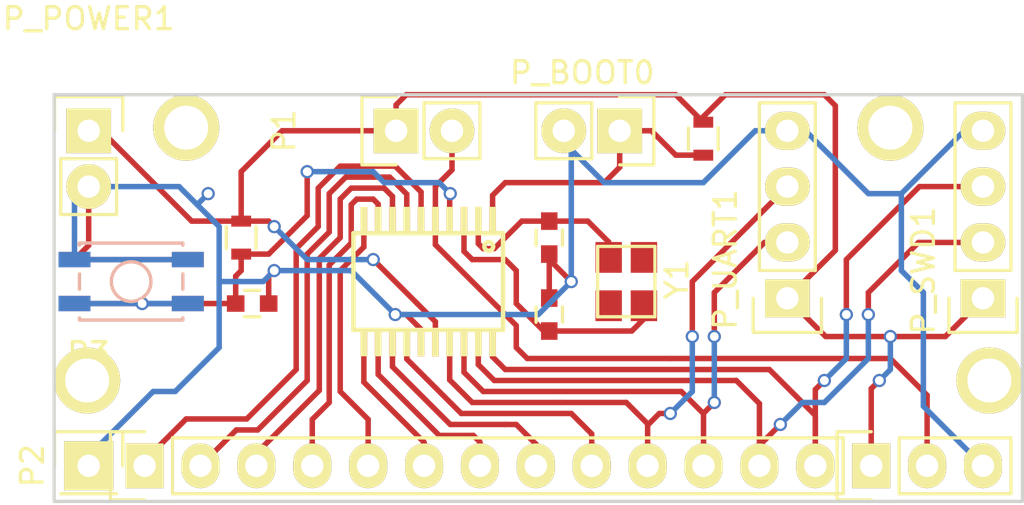
<source format=kicad_pcb>
(kicad_pcb (version 4) (host pcbnew 0.201510100348+6257~30~ubuntu14.04.1-product)

  (general
    (links 51)
    (no_connects 0)
    (area 110.461667 97.915 161.318334 126.393095)
    (thickness 1.6)
    (drawings 4)
    (tracks 283)
    (zones 0)
    (modules 21)
    (nets 25)
  )

  (page A4)
  (layers
    (0 F.Cu signal)
    (31 B.Cu signal)
    (32 B.Adhes user)
    (33 F.Adhes user)
    (34 B.Paste user)
    (35 F.Paste user)
    (36 B.SilkS user)
    (37 F.SilkS user)
    (38 B.Mask user)
    (39 F.Mask user)
    (40 Dwgs.User user)
    (41 Cmts.User user)
    (42 Eco1.User user)
    (43 Eco2.User user)
    (44 Edge.Cuts user)
    (45 Margin user)
    (46 B.CrtYd user)
    (47 F.CrtYd user)
    (48 B.Fab user)
    (49 F.Fab user)
  )

  (setup
    (last_trace_width 0.25)
    (trace_clearance 0.2)
    (zone_clearance 0.508)
    (zone_45_only no)
    (trace_min 0.2)
    (segment_width 0.2)
    (edge_width 0.15)
    (via_size 0.6)
    (via_drill 0.4)
    (via_min_size 0.4)
    (via_min_drill 0.3)
    (uvia_size 0.3)
    (uvia_drill 0.1)
    (uvias_allowed no)
    (uvia_min_size 0.2)
    (uvia_min_drill 0.1)
    (pcb_text_width 0.3)
    (pcb_text_size 1.5 1.5)
    (mod_edge_width 0.15)
    (mod_text_size 1 1)
    (mod_text_width 0.15)
    (pad_size 1.524 1.524)
    (pad_drill 0.762)
    (pad_to_mask_clearance 0.2)
    (aux_axis_origin 0 0)
    (visible_elements FFFFFF7F)
    (pcbplotparams
      (layerselection 0x00030_80000001)
      (usegerberextensions false)
      (excludeedgelayer true)
      (linewidth 0.100000)
      (plotframeref false)
      (viasonmask false)
      (mode 1)
      (useauxorigin false)
      (hpglpennumber 1)
      (hpglpenspeed 20)
      (hpglpendiameter 15)
      (hpglpenoverlay 2)
      (psnegative false)
      (psa4output false)
      (plotreference true)
      (plotvalue true)
      (plotinvisibletext false)
      (padsonsilk false)
      (subtractmaskfromsilk false)
      (outputformat 1)
      (mirror false)
      (drillshape 1)
      (scaleselection 1)
      (outputdirectory ""))
  )

  (net 0 "")
  (net 1 "Net-(H1-Pad1)")
  (net 2 "Net-(H2-Pad1)")
  (net 3 "Net-(H3-Pad1)")
  (net 4 "Net-(H4-Pad1)")
  (net 5 /OSC_IN)
  (net 6 GND)
  (net 7 /OSC_OUT)
  (net 8 /NRST)
  (net 9 +3V3)
  (net 10 VAA)
  (net 11 /PA0)
  (net 12 /PA1)
  (net 13 /PA2)
  (net 14 /PA3)
  (net 15 /PA4)
  (net 16 /PA5)
  (net 17 /PA6)
  (net 18 /PA7)
  (net 19 /PB1)
  (net 20 /PA9_TX)
  (net 21 /PA10_RX)
  (net 22 /PA13_SWDIO)
  (net 23 /PA14_SWCLK)
  (net 24 /BOOT0)

  (net_class Default "This is the default net class."
    (clearance 0.2)
    (trace_width 0.25)
    (via_dia 0.6)
    (via_drill 0.4)
    (uvia_dia 0.3)
    (uvia_drill 0.1)
    (add_net +3V3)
    (add_net /BOOT0)
    (add_net /NRST)
    (add_net /OSC_IN)
    (add_net /OSC_OUT)
    (add_net /PA0)
    (add_net /PA1)
    (add_net /PA10_RX)
    (add_net /PA13_SWDIO)
    (add_net /PA14_SWCLK)
    (add_net /PA2)
    (add_net /PA3)
    (add_net /PA4)
    (add_net /PA5)
    (add_net /PA6)
    (add_net /PA7)
    (add_net /PA9_TX)
    (add_net /PB1)
    (add_net GND)
    (add_net "Net-(H1-Pad1)")
    (add_net "Net-(H2-Pad1)")
    (add_net "Net-(H3-Pad1)")
    (add_net "Net-(H4-Pad1)")
    (add_net VAA)
  )

  (module Capacitors_SMD:C_0603 (layer F.Cu) (tedit 561EBAE0) (tstamp 561EAB94)
    (at 136.5 109 270)
    (descr "Capacitor SMD 0603, reflow soldering, AVX (see smccp.pdf)")
    (tags "capacitor 0603")
    (path /561D9A0C)
    (attr smd)
    (fp_text reference C1 (at 0 -1.9 270) (layer F.SilkS) hide
      (effects (font (size 1 1) (thickness 0.15)))
    )
    (fp_text value 20pF (at 0 1.9 270) (layer F.Fab) hide
      (effects (font (size 1 1) (thickness 0.15)))
    )
    (fp_line (start -1.45 -0.75) (end 1.45 -0.75) (layer F.CrtYd) (width 0.05))
    (fp_line (start -1.45 0.75) (end 1.45 0.75) (layer F.CrtYd) (width 0.05))
    (fp_line (start -1.45 -0.75) (end -1.45 0.75) (layer F.CrtYd) (width 0.05))
    (fp_line (start 1.45 -0.75) (end 1.45 0.75) (layer F.CrtYd) (width 0.05))
    (fp_line (start -0.35 -0.6) (end 0.35 -0.6) (layer F.SilkS) (width 0.15))
    (fp_line (start 0.35 0.6) (end -0.35 0.6) (layer F.SilkS) (width 0.15))
    (pad 1 smd rect (at -0.75 0 270) (size 0.8 0.75) (layers F.Cu F.Paste F.Mask)
      (net 5 /OSC_IN))
    (pad 2 smd rect (at 0.75 0 270) (size 0.8 0.75) (layers F.Cu F.Paste F.Mask)
      (net 6 GND))
    (model Capacitors_SMD.3dshapes/C_0603.wrl
      (at (xyz 0 0 0))
      (scale (xyz 1 1 1))
      (rotate (xyz 0 0 0))
    )
  )

  (module Capacitors_SMD:C_0603 (layer F.Cu) (tedit 561EBAE8) (tstamp 561EAB9A)
    (at 136.5 112.5 90)
    (descr "Capacitor SMD 0603, reflow soldering, AVX (see smccp.pdf)")
    (tags "capacitor 0603")
    (path /561D9999)
    (attr smd)
    (fp_text reference C2 (at 0 -1.9 90) (layer F.SilkS) hide
      (effects (font (size 1 1) (thickness 0.15)))
    )
    (fp_text value 20pF (at 0 1.9 90) (layer F.Fab) hide
      (effects (font (size 1 1) (thickness 0.15)))
    )
    (fp_line (start -1.45 -0.75) (end 1.45 -0.75) (layer F.CrtYd) (width 0.05))
    (fp_line (start -1.45 0.75) (end 1.45 0.75) (layer F.CrtYd) (width 0.05))
    (fp_line (start -1.45 -0.75) (end -1.45 0.75) (layer F.CrtYd) (width 0.05))
    (fp_line (start 1.45 -0.75) (end 1.45 0.75) (layer F.CrtYd) (width 0.05))
    (fp_line (start -0.35 -0.6) (end 0.35 -0.6) (layer F.SilkS) (width 0.15))
    (fp_line (start 0.35 0.6) (end -0.35 0.6) (layer F.SilkS) (width 0.15))
    (pad 1 smd rect (at -0.75 0 90) (size 0.8 0.75) (layers F.Cu F.Paste F.Mask)
      (net 7 /OSC_OUT))
    (pad 2 smd rect (at 0.75 0 90) (size 0.8 0.75) (layers F.Cu F.Paste F.Mask)
      (net 6 GND))
    (model Capacitors_SMD.3dshapes/C_0603.wrl
      (at (xyz 0 0 0))
      (scale (xyz 1 1 1))
      (rotate (xyz 0 0 0))
    )
  )

  (module Capacitors_SMD:C_0603 (layer F.Cu) (tedit 561EC50C) (tstamp 561EABA0)
    (at 123 112)
    (descr "Capacitor SMD 0603, reflow soldering, AVX (see smccp.pdf)")
    (tags "capacitor 0603")
    (path /561D9AC7)
    (attr smd)
    (fp_text reference C3 (at 0 -1.9) (layer F.SilkS) hide
      (effects (font (size 1 1) (thickness 0.15)))
    )
    (fp_text value 20pF (at 0 1.9) (layer F.Fab) hide
      (effects (font (size 1 1) (thickness 0.15)))
    )
    (fp_line (start -1.45 -0.75) (end 1.45 -0.75) (layer F.CrtYd) (width 0.05))
    (fp_line (start -1.45 0.75) (end 1.45 0.75) (layer F.CrtYd) (width 0.05))
    (fp_line (start -1.45 -0.75) (end -1.45 0.75) (layer F.CrtYd) (width 0.05))
    (fp_line (start 1.45 -0.75) (end 1.45 0.75) (layer F.CrtYd) (width 0.05))
    (fp_line (start -0.35 -0.6) (end 0.35 -0.6) (layer F.SilkS) (width 0.15))
    (fp_line (start 0.35 0.6) (end -0.35 0.6) (layer F.SilkS) (width 0.15))
    (pad 1 smd rect (at -0.75 0) (size 0.8 0.75) (layers F.Cu F.Paste F.Mask)
      (net 8 /NRST))
    (pad 2 smd rect (at 0.75 0) (size 0.8 0.75) (layers F.Cu F.Paste F.Mask)
      (net 6 GND))
    (model Capacitors_SMD.3dshapes/C_0603.wrl
      (at (xyz 0 0 0))
      (scale (xyz 1 1 1))
      (rotate (xyz 0 0 0))
    )
  )

  (module Pin_Headers:Pin_Header_Straight_1x02 (layer F.Cu) (tedit 561EB501) (tstamp 561EABA6)
    (at 129.54 104.14 90)
    (descr "Through hole pin header")
    (tags "pin header")
    (path /561D80CB)
    (fp_text reference P1 (at 0 -5.1 90) (layer F.SilkS)
      (effects (font (size 1 1) (thickness 0.15)))
    )
    (fp_text value CONN_01X02 (at 0 -3.1 90) (layer F.Fab) hide
      (effects (font (size 1 1) (thickness 0.15)))
    )
    (fp_line (start 1.27 1.27) (end 1.27 3.81) (layer F.SilkS) (width 0.15))
    (fp_line (start 1.55 -1.55) (end 1.55 0) (layer F.SilkS) (width 0.15))
    (fp_line (start -1.75 -1.75) (end -1.75 4.3) (layer F.CrtYd) (width 0.05))
    (fp_line (start 1.75 -1.75) (end 1.75 4.3) (layer F.CrtYd) (width 0.05))
    (fp_line (start -1.75 -1.75) (end 1.75 -1.75) (layer F.CrtYd) (width 0.05))
    (fp_line (start -1.75 4.3) (end 1.75 4.3) (layer F.CrtYd) (width 0.05))
    (fp_line (start 1.27 1.27) (end -1.27 1.27) (layer F.SilkS) (width 0.15))
    (fp_line (start -1.55 0) (end -1.55 -1.55) (layer F.SilkS) (width 0.15))
    (fp_line (start -1.55 -1.55) (end 1.55 -1.55) (layer F.SilkS) (width 0.15))
    (fp_line (start -1.27 1.27) (end -1.27 3.81) (layer F.SilkS) (width 0.15))
    (fp_line (start -1.27 3.81) (end 1.27 3.81) (layer F.SilkS) (width 0.15))
    (pad 1 thru_hole rect (at 0 0 90) (size 2.032 2.032) (drill 1.016) (layers *.Cu *.Mask F.SilkS)
      (net 9 +3V3))
    (pad 2 thru_hole oval (at 0 2.54 90) (size 2.032 2.032) (drill 1.016) (layers *.Cu *.Mask F.SilkS)
      (net 10 VAA))
    (model Pin_Headers.3dshapes/Pin_Header_Straight_1x02.wrl
      (at (xyz 0 -0.05 0))
      (scale (xyz 1 1 1))
      (rotate (xyz 0 0 90))
    )
  )

  (module Pin_Headers:Pin_Header_Straight_1x13 (layer F.Cu) (tedit 561EB3D7) (tstamp 561EABB7)
    (at 118.11 119.38 90)
    (descr "Through hole pin header")
    (tags "pin header")
    (path /561D9368)
    (fp_text reference P2 (at 0 -5.1 90) (layer F.SilkS)
      (effects (font (size 1 1) (thickness 0.15)))
    )
    (fp_text value CONN_01X13 (at 0 -3.1 90) (layer F.Fab) hide
      (effects (font (size 1 1) (thickness 0.15)))
    )
    (fp_line (start -1.75 -1.75) (end -1.75 32.25) (layer F.CrtYd) (width 0.05))
    (fp_line (start 1.75 -1.75) (end 1.75 32.25) (layer F.CrtYd) (width 0.05))
    (fp_line (start -1.75 -1.75) (end 1.75 -1.75) (layer F.CrtYd) (width 0.05))
    (fp_line (start -1.75 32.25) (end 1.75 32.25) (layer F.CrtYd) (width 0.05))
    (fp_line (start -1.27 1.27) (end -1.27 31.75) (layer F.SilkS) (width 0.15))
    (fp_line (start -1.27 31.75) (end 1.27 31.75) (layer F.SilkS) (width 0.15))
    (fp_line (start 1.27 31.75) (end 1.27 1.27) (layer F.SilkS) (width 0.15))
    (fp_line (start 1.55 -1.55) (end 1.55 0) (layer F.SilkS) (width 0.15))
    (fp_line (start 1.27 1.27) (end -1.27 1.27) (layer F.SilkS) (width 0.15))
    (fp_line (start -1.55 0) (end -1.55 -1.55) (layer F.SilkS) (width 0.15))
    (fp_line (start -1.55 -1.55) (end 1.55 -1.55) (layer F.SilkS) (width 0.15))
    (pad 1 thru_hole rect (at 0 0 90) (size 2.032 1.7272) (drill 1.016) (layers *.Cu *.Mask F.SilkS)
      (net 11 /PA0))
    (pad 2 thru_hole oval (at 0 2.54 90) (size 2.032 1.7272) (drill 1.016) (layers *.Cu *.Mask F.SilkS)
      (net 12 /PA1))
    (pad 3 thru_hole oval (at 0 5.08 90) (size 2.032 1.7272) (drill 1.016) (layers *.Cu *.Mask F.SilkS)
      (net 13 /PA2))
    (pad 4 thru_hole oval (at 0 7.62 90) (size 2.032 1.7272) (drill 1.016) (layers *.Cu *.Mask F.SilkS)
      (net 14 /PA3))
    (pad 5 thru_hole oval (at 0 10.16 90) (size 2.032 1.7272) (drill 1.016) (layers *.Cu *.Mask F.SilkS)
      (net 15 /PA4))
    (pad 6 thru_hole oval (at 0 12.7 90) (size 2.032 1.7272) (drill 1.016) (layers *.Cu *.Mask F.SilkS)
      (net 16 /PA5))
    (pad 7 thru_hole oval (at 0 15.24 90) (size 2.032 1.7272) (drill 1.016) (layers *.Cu *.Mask F.SilkS)
      (net 17 /PA6))
    (pad 8 thru_hole oval (at 0 17.78 90) (size 2.032 1.7272) (drill 1.016) (layers *.Cu *.Mask F.SilkS)
      (net 18 /PA7))
    (pad 9 thru_hole oval (at 0 20.32 90) (size 2.032 1.7272) (drill 1.016) (layers *.Cu *.Mask F.SilkS)
      (net 19 /PB1))
    (pad 10 thru_hole oval (at 0 22.86 90) (size 2.032 1.7272) (drill 1.016) (layers *.Cu *.Mask F.SilkS)
      (net 20 /PA9_TX))
    (pad 11 thru_hole oval (at 0 25.4 90) (size 2.032 1.7272) (drill 1.016) (layers *.Cu *.Mask F.SilkS)
      (net 21 /PA10_RX))
    (pad 12 thru_hole oval (at 0 27.94 90) (size 2.032 1.7272) (drill 1.016) (layers *.Cu *.Mask F.SilkS)
      (net 22 /PA13_SWDIO))
    (pad 13 thru_hole oval (at 0 30.48 90) (size 2.032 1.7272) (drill 1.016) (layers *.Cu *.Mask F.SilkS)
      (net 23 /PA14_SWCLK))
    (model Pin_Headers.3dshapes/Pin_Header_Straight_1x13.wrl
      (at (xyz 0 -0.6 0))
      (scale (xyz 1 1 1))
      (rotate (xyz 0 0 90))
    )
  )

  (module Pin_Headers:Pin_Header_Straight_1x01 (layer F.Cu) (tedit 561EB3DB) (tstamp 561EABBC)
    (at 115.57 119.38)
    (descr "Through hole pin header")
    (tags "pin header")
    (path /561D7710)
    (fp_text reference P3 (at 0 -5.1) (layer F.SilkS)
      (effects (font (size 1 1) (thickness 0.15)))
    )
    (fp_text value CONN_01X01 (at 0 -3.1) (layer F.Fab) hide
      (effects (font (size 1 1) (thickness 0.15)))
    )
    (fp_line (start 1.55 -1.55) (end 1.55 0) (layer F.SilkS) (width 0.15))
    (fp_line (start -1.75 -1.75) (end -1.75 1.75) (layer F.CrtYd) (width 0.05))
    (fp_line (start 1.75 -1.75) (end 1.75 1.75) (layer F.CrtYd) (width 0.05))
    (fp_line (start -1.75 -1.75) (end 1.75 -1.75) (layer F.CrtYd) (width 0.05))
    (fp_line (start -1.75 1.75) (end 1.75 1.75) (layer F.CrtYd) (width 0.05))
    (fp_line (start -1.55 0) (end -1.55 -1.55) (layer F.SilkS) (width 0.15))
    (fp_line (start -1.55 -1.55) (end 1.55 -1.55) (layer F.SilkS) (width 0.15))
    (fp_line (start -1.27 1.27) (end 1.27 1.27) (layer F.SilkS) (width 0.15))
    (pad 1 thru_hole rect (at 0 0) (size 2.2352 2.2352) (drill 1.016) (layers *.Cu *.Mask F.SilkS)
      (net 6 GND))
    (model Pin_Headers.3dshapes/Pin_Header_Straight_1x01.wrl
      (at (xyz 0 0 0))
      (scale (xyz 1 1 1))
      (rotate (xyz 0 0 90))
    )
  )

  (module Pin_Headers:Pin_Header_Straight_1x02 (layer F.Cu) (tedit 561ECA26) (tstamp 561EABC2)
    (at 139.7 104.14 270)
    (descr "Through hole pin header")
    (tags "pin header")
    (path /561DC234)
    (fp_text reference P_BOOT0 (at -2.64 1.7 360) (layer F.SilkS)
      (effects (font (size 1 1) (thickness 0.15)))
    )
    (fp_text value CONN_01X02 (at 0 -3.1 270) (layer F.Fab) hide
      (effects (font (size 1 1) (thickness 0.15)))
    )
    (fp_line (start 1.27 1.27) (end 1.27 3.81) (layer F.SilkS) (width 0.15))
    (fp_line (start 1.55 -1.55) (end 1.55 0) (layer F.SilkS) (width 0.15))
    (fp_line (start -1.75 -1.75) (end -1.75 4.3) (layer F.CrtYd) (width 0.05))
    (fp_line (start 1.75 -1.75) (end 1.75 4.3) (layer F.CrtYd) (width 0.05))
    (fp_line (start -1.75 -1.75) (end 1.75 -1.75) (layer F.CrtYd) (width 0.05))
    (fp_line (start -1.75 4.3) (end 1.75 4.3) (layer F.CrtYd) (width 0.05))
    (fp_line (start 1.27 1.27) (end -1.27 1.27) (layer F.SilkS) (width 0.15))
    (fp_line (start -1.55 0) (end -1.55 -1.55) (layer F.SilkS) (width 0.15))
    (fp_line (start -1.55 -1.55) (end 1.55 -1.55) (layer F.SilkS) (width 0.15))
    (fp_line (start -1.27 1.27) (end -1.27 3.81) (layer F.SilkS) (width 0.15))
    (fp_line (start -1.27 3.81) (end 1.27 3.81) (layer F.SilkS) (width 0.15))
    (pad 1 thru_hole rect (at 0 0 270) (size 2.032 2.032) (drill 1.016) (layers *.Cu *.Mask F.SilkS)
      (net 24 /BOOT0))
    (pad 2 thru_hole oval (at 0 2.54 270) (size 2.032 2.032) (drill 1.016) (layers *.Cu *.Mask F.SilkS)
      (net 6 GND))
    (model Pin_Headers.3dshapes/Pin_Header_Straight_1x02.wrl
      (at (xyz 0 -0.05 0))
      (scale (xyz 1 1 1))
      (rotate (xyz 0 0 90))
    )
  )

  (module Pin_Headers:Pin_Header_Straight_1x02 (layer F.Cu) (tedit 561EB4FD) (tstamp 561EABC8)
    (at 115.57 104.14)
    (descr "Through hole pin header")
    (tags "pin header")
    (path /561D733D)
    (fp_text reference P_POWER1 (at 0 -5.1) (layer F.SilkS)
      (effects (font (size 1 1) (thickness 0.15)))
    )
    (fp_text value CONN_01X02 (at 0 -3.1) (layer F.Fab) hide
      (effects (font (size 1 1) (thickness 0.15)))
    )
    (fp_line (start 1.27 1.27) (end 1.27 3.81) (layer F.SilkS) (width 0.15))
    (fp_line (start 1.55 -1.55) (end 1.55 0) (layer F.SilkS) (width 0.15))
    (fp_line (start -1.75 -1.75) (end -1.75 4.3) (layer F.CrtYd) (width 0.05))
    (fp_line (start 1.75 -1.75) (end 1.75 4.3) (layer F.CrtYd) (width 0.05))
    (fp_line (start -1.75 -1.75) (end 1.75 -1.75) (layer F.CrtYd) (width 0.05))
    (fp_line (start -1.75 4.3) (end 1.75 4.3) (layer F.CrtYd) (width 0.05))
    (fp_line (start 1.27 1.27) (end -1.27 1.27) (layer F.SilkS) (width 0.15))
    (fp_line (start -1.55 0) (end -1.55 -1.55) (layer F.SilkS) (width 0.15))
    (fp_line (start -1.55 -1.55) (end 1.55 -1.55) (layer F.SilkS) (width 0.15))
    (fp_line (start -1.27 1.27) (end -1.27 3.81) (layer F.SilkS) (width 0.15))
    (fp_line (start -1.27 3.81) (end 1.27 3.81) (layer F.SilkS) (width 0.15))
    (pad 1 thru_hole rect (at 0 0) (size 2.032 2.032) (drill 1.016) (layers *.Cu *.Mask F.SilkS)
      (net 9 +3V3))
    (pad 2 thru_hole oval (at 0 2.54) (size 2.032 2.032) (drill 1.016) (layers *.Cu *.Mask F.SilkS)
      (net 6 GND))
    (model Pin_Headers.3dshapes/Pin_Header_Straight_1x02.wrl
      (at (xyz 0 -0.05 0))
      (scale (xyz 1 1 1))
      (rotate (xyz 0 0 90))
    )
  )

  (module Pin_Headers:Pin_Header_Straight_1x03 (layer F.Cu) (tedit 561ECA18) (tstamp 561EABCF)
    (at 151.13 119.38 90)
    (descr "Through hole pin header")
    (tags "pin header")
    (path /561D7699)
    (fp_text reference P_POWER_BOARD1 (at 0 -5.1 90) (layer F.SilkS) hide
      (effects (font (size 1 1) (thickness 0.15)))
    )
    (fp_text value CONN_01X03 (at 0 -3.1 90) (layer F.Fab) hide
      (effects (font (size 1 1) (thickness 0.15)))
    )
    (fp_line (start -1.75 -1.75) (end -1.75 6.85) (layer F.CrtYd) (width 0.05))
    (fp_line (start 1.75 -1.75) (end 1.75 6.85) (layer F.CrtYd) (width 0.05))
    (fp_line (start -1.75 -1.75) (end 1.75 -1.75) (layer F.CrtYd) (width 0.05))
    (fp_line (start -1.75 6.85) (end 1.75 6.85) (layer F.CrtYd) (width 0.05))
    (fp_line (start -1.27 1.27) (end -1.27 6.35) (layer F.SilkS) (width 0.15))
    (fp_line (start -1.27 6.35) (end 1.27 6.35) (layer F.SilkS) (width 0.15))
    (fp_line (start 1.27 6.35) (end 1.27 1.27) (layer F.SilkS) (width 0.15))
    (fp_line (start 1.55 -1.55) (end 1.55 0) (layer F.SilkS) (width 0.15))
    (fp_line (start 1.27 1.27) (end -1.27 1.27) (layer F.SilkS) (width 0.15))
    (fp_line (start -1.55 0) (end -1.55 -1.55) (layer F.SilkS) (width 0.15))
    (fp_line (start -1.55 -1.55) (end 1.55 -1.55) (layer F.SilkS) (width 0.15))
    (pad 1 thru_hole rect (at 0 0 90) (size 2.032 1.7272) (drill 1.016) (layers *.Cu *.Mask F.SilkS)
      (net 9 +3V3))
    (pad 2 thru_hole oval (at 0 2.54 90) (size 2.032 1.7272) (drill 1.016) (layers *.Cu *.Mask F.SilkS)
      (net 10 VAA))
    (pad 3 thru_hole oval (at 0 5.08 90) (size 2.032 1.7272) (drill 1.016) (layers *.Cu *.Mask F.SilkS)
      (net 6 GND))
    (model Pin_Headers.3dshapes/Pin_Header_Straight_1x03.wrl
      (at (xyz 0 -0.1 0))
      (scale (xyz 1 1 1))
      (rotate (xyz 0 0 90))
    )
  )

  (module Pin_Headers:Pin_Header_Straight_1x04 (layer F.Cu) (tedit 561ECA39) (tstamp 561EABD7)
    (at 156.21 111.76 180)
    (descr "Through hole pin header")
    (tags "pin header")
    (path /561D74AC)
    (fp_text reference P_SWD1 (at 2.71 1.26 270) (layer F.SilkS)
      (effects (font (size 1 1) (thickness 0.15)))
    )
    (fp_text value CONN_01X04 (at 0 -3.1 180) (layer F.Fab) hide
      (effects (font (size 1 1) (thickness 0.15)))
    )
    (fp_line (start -1.75 -1.75) (end -1.75 9.4) (layer F.CrtYd) (width 0.05))
    (fp_line (start 1.75 -1.75) (end 1.75 9.4) (layer F.CrtYd) (width 0.05))
    (fp_line (start -1.75 -1.75) (end 1.75 -1.75) (layer F.CrtYd) (width 0.05))
    (fp_line (start -1.75 9.4) (end 1.75 9.4) (layer F.CrtYd) (width 0.05))
    (fp_line (start -1.27 1.27) (end -1.27 8.89) (layer F.SilkS) (width 0.15))
    (fp_line (start 1.27 1.27) (end 1.27 8.89) (layer F.SilkS) (width 0.15))
    (fp_line (start 1.55 -1.55) (end 1.55 0) (layer F.SilkS) (width 0.15))
    (fp_line (start -1.27 8.89) (end 1.27 8.89) (layer F.SilkS) (width 0.15))
    (fp_line (start 1.27 1.27) (end -1.27 1.27) (layer F.SilkS) (width 0.15))
    (fp_line (start -1.55 0) (end -1.55 -1.55) (layer F.SilkS) (width 0.15))
    (fp_line (start -1.55 -1.55) (end 1.55 -1.55) (layer F.SilkS) (width 0.15))
    (pad 1 thru_hole rect (at 0 0 180) (size 2.032 1.7272) (drill 1.016) (layers *.Cu *.Mask F.SilkS)
      (net 9 +3V3))
    (pad 2 thru_hole oval (at 0 2.54 180) (size 2.032 1.7272) (drill 1.016) (layers *.Cu *.Mask F.SilkS)
      (net 22 /PA13_SWDIO))
    (pad 3 thru_hole oval (at 0 5.08 180) (size 2.032 1.7272) (drill 1.016) (layers *.Cu *.Mask F.SilkS)
      (net 23 /PA14_SWCLK))
    (pad 4 thru_hole oval (at 0 7.62 180) (size 2.032 1.7272) (drill 1.016) (layers *.Cu *.Mask F.SilkS)
      (net 6 GND))
    (model Pin_Headers.3dshapes/Pin_Header_Straight_1x04.wrl
      (at (xyz 0 -0.15 0))
      (scale (xyz 1 1 1))
      (rotate (xyz 0 0 90))
    )
  )

  (module Pin_Headers:Pin_Header_Straight_1x04 (layer F.Cu) (tedit 561ECA30) (tstamp 561EABDF)
    (at 147.32 111.76 180)
    (descr "Through hole pin header")
    (tags "pin header")
    (path /561D7557)
    (fp_text reference P_UART1 (at 2.82 1.76 270) (layer F.SilkS)
      (effects (font (size 1 1) (thickness 0.15)))
    )
    (fp_text value CONN_01X04 (at 0 -3.1 180) (layer F.Fab) hide
      (effects (font (size 1 1) (thickness 0.15)))
    )
    (fp_line (start -1.75 -1.75) (end -1.75 9.4) (layer F.CrtYd) (width 0.05))
    (fp_line (start 1.75 -1.75) (end 1.75 9.4) (layer F.CrtYd) (width 0.05))
    (fp_line (start -1.75 -1.75) (end 1.75 -1.75) (layer F.CrtYd) (width 0.05))
    (fp_line (start -1.75 9.4) (end 1.75 9.4) (layer F.CrtYd) (width 0.05))
    (fp_line (start -1.27 1.27) (end -1.27 8.89) (layer F.SilkS) (width 0.15))
    (fp_line (start 1.27 1.27) (end 1.27 8.89) (layer F.SilkS) (width 0.15))
    (fp_line (start 1.55 -1.55) (end 1.55 0) (layer F.SilkS) (width 0.15))
    (fp_line (start -1.27 8.89) (end 1.27 8.89) (layer F.SilkS) (width 0.15))
    (fp_line (start 1.27 1.27) (end -1.27 1.27) (layer F.SilkS) (width 0.15))
    (fp_line (start -1.55 0) (end -1.55 -1.55) (layer F.SilkS) (width 0.15))
    (fp_line (start -1.55 -1.55) (end 1.55 -1.55) (layer F.SilkS) (width 0.15))
    (pad 1 thru_hole rect (at 0 0 180) (size 2.032 1.7272) (drill 1.016) (layers *.Cu *.Mask F.SilkS)
      (net 9 +3V3))
    (pad 2 thru_hole oval (at 0 2.54 180) (size 2.032 1.7272) (drill 1.016) (layers *.Cu *.Mask F.SilkS)
      (net 21 /PA10_RX))
    (pad 3 thru_hole oval (at 0 5.08 180) (size 2.032 1.7272) (drill 1.016) (layers *.Cu *.Mask F.SilkS)
      (net 20 /PA9_TX))
    (pad 4 thru_hole oval (at 0 7.62 180) (size 2.032 1.7272) (drill 1.016) (layers *.Cu *.Mask F.SilkS)
      (net 6 GND))
    (model Pin_Headers.3dshapes/Pin_Header_Straight_1x04.wrl
      (at (xyz 0 -0.15 0))
      (scale (xyz 1 1 1))
      (rotate (xyz 0 0 90))
    )
  )

  (module Resistors_SMD:R_0603 (layer F.Cu) (tedit 561EBF16) (tstamp 561EABE5)
    (at 143.5 104.5 270)
    (descr "Resistor SMD 0603, reflow soldering, Vishay (see dcrcw.pdf)")
    (tags "resistor 0603")
    (path /561DC346)
    (attr smd)
    (fp_text reference R1 (at 0 -1.9 270) (layer F.SilkS) hide
      (effects (font (size 1 1) (thickness 0.15)))
    )
    (fp_text value 4.7k (at 0 1.9 270) (layer F.Fab) hide
      (effects (font (size 1 1) (thickness 0.15)))
    )
    (fp_line (start -1.3 -0.8) (end 1.3 -0.8) (layer F.CrtYd) (width 0.05))
    (fp_line (start -1.3 0.8) (end 1.3 0.8) (layer F.CrtYd) (width 0.05))
    (fp_line (start -1.3 -0.8) (end -1.3 0.8) (layer F.CrtYd) (width 0.05))
    (fp_line (start 1.3 -0.8) (end 1.3 0.8) (layer F.CrtYd) (width 0.05))
    (fp_line (start 0.5 0.675) (end -0.5 0.675) (layer F.SilkS) (width 0.15))
    (fp_line (start -0.5 -0.675) (end 0.5 -0.675) (layer F.SilkS) (width 0.15))
    (pad 1 smd rect (at -0.75 0 270) (size 0.5 0.9) (layers F.Cu F.Paste F.Mask)
      (net 9 +3V3))
    (pad 2 smd rect (at 0.75 0 270) (size 0.5 0.9) (layers F.Cu F.Paste F.Mask)
      (net 24 /BOOT0))
    (model Resistors_SMD.3dshapes/R_0603.wrl
      (at (xyz 0 0 0))
      (scale (xyz 1 1 1))
      (rotate (xyz 0 0 0))
    )
  )

  (module Resistors_SMD:R_0603 (layer F.Cu) (tedit 561EBDB3) (tstamp 561EABEB)
    (at 122.5 109 270)
    (descr "Resistor SMD 0603, reflow soldering, Vishay (see dcrcw.pdf)")
    (tags "resistor 0603")
    (path /561DBC5E)
    (attr smd)
    (fp_text reference R2 (at 0 -1.9 270) (layer F.SilkS) hide
      (effects (font (size 1 1) (thickness 0.15)))
    )
    (fp_text value 4.7k (at 0 1.9 270) (layer F.Fab) hide
      (effects (font (size 1 1) (thickness 0.15)))
    )
    (fp_line (start -1.3 -0.8) (end 1.3 -0.8) (layer F.CrtYd) (width 0.05))
    (fp_line (start -1.3 0.8) (end 1.3 0.8) (layer F.CrtYd) (width 0.05))
    (fp_line (start -1.3 -0.8) (end -1.3 0.8) (layer F.CrtYd) (width 0.05))
    (fp_line (start 1.3 -0.8) (end 1.3 0.8) (layer F.CrtYd) (width 0.05))
    (fp_line (start 0.5 0.675) (end -0.5 0.675) (layer F.SilkS) (width 0.15))
    (fp_line (start -0.5 -0.675) (end 0.5 -0.675) (layer F.SilkS) (width 0.15))
    (pad 1 smd rect (at -0.75 0 270) (size 0.5 0.9) (layers F.Cu F.Paste F.Mask)
      (net 9 +3V3))
    (pad 2 smd rect (at 0.75 0 270) (size 0.5 0.9) (layers F.Cu F.Paste F.Mask)
      (net 8 /NRST))
    (model Resistors_SMD.3dshapes/R_0603.wrl
      (at (xyz 0 0 0))
      (scale (xyz 1 1 1))
      (rotate (xyz 0 0 0))
    )
  )

  (module Buttons_Switches_SMD:SW_SPST_EVQP2 (layer F.Cu) (tedit 561EC551) (tstamp 561EABF3)
    (at 117.5 111)
    (descr "Light Touch Switch")
    (path /561DC92C)
    (attr smd)
    (fp_text reference SW1 (at -0.5 -3) (layer F.SilkS) hide
      (effects (font (size 1 1) (thickness 0.15)))
    )
    (fp_text value SW_PUSH (at 0 0) (layer F.Fab) hide
      (effects (font (size 1 1) (thickness 0.15)))
    )
    (fp_line (start -3.55 -2) (end 3.55 -2) (layer F.CrtYd) (width 0.05))
    (fp_line (start 3.55 -2) (end 3.55 2) (layer F.CrtYd) (width 0.05))
    (fp_line (start 3.55 2) (end -3.55 2) (layer F.CrtYd) (width 0.05))
    (fp_line (start -3.55 2) (end -3.55 -2) (layer F.CrtYd) (width 0.05))
    (fp_line (start 2.35 -1.75) (end 2.35 -1.65) (layer F.SilkS) (width 0.15))
    (fp_line (start 2.35 1.75) (end 2.35 1.65) (layer F.SilkS) (width 0.15))
    (fp_line (start -2.35 1.65) (end -2.35 1.75) (layer F.SilkS) (width 0.15))
    (fp_line (start -2.35 -1.75) (end -2.35 -1.65) (layer F.SilkS) (width 0.15))
    (fp_line (start -2.35 -0.35) (end -2.35 0.35) (layer F.SilkS) (width 0.15))
    (fp_line (start 2.35 -0.35) (end 2.35 0.35) (layer F.SilkS) (width 0.15))
    (fp_line (start 2.35 -1.75) (end -2.35 -1.75) (layer F.SilkS) (width 0.15))
    (fp_line (start -2.35 1.75) (end 2.35 1.75) (layer F.SilkS) (width 0.15))
    (fp_circle (center 0 0) (end 0.9 0) (layer F.SilkS) (width 0.15))
    (pad 1 smd rect (at 2.575 -1) (size 1.45 0.7) (layers F.Cu F.Paste F.Mask)
      (net 6 GND))
    (pad 1 smd rect (at -2.575 -1) (size 1.45 0.7) (layers F.Cu F.Paste F.Mask)
      (net 6 GND))
    (pad 2 smd rect (at -2.575 1) (size 1.45 0.7) (layers F.Cu F.Paste F.Mask)
      (net 8 /NRST))
    (pad 2 smd rect (at 2.575 1) (size 1.45 0.7) (layers F.Cu F.Paste F.Mask)
      (net 8 /NRST))
  )

  (module tssop:tssop20 (layer F.Cu) (tedit 561D940D) (tstamp 561EAC0B)
    (at 131 111 270)
    (path /561D71BF)
    (solder_mask_margin 0.0762)
    (solder_paste_margin -0.0254)
    (attr smd)
    (fp_text reference U1 (at 0 4.5 270) (layer F.SilkS) hide
      (effects (font (size 0.762 0.762) (thickness 0.1524)))
    )
    (fp_text value stm32f030f4p6 (at 0 -4.2 270) (layer F.SilkS) hide
      (effects (font (size 0.762 0.762) (thickness 0.1524)))
    )
    (fp_circle (center -1.6 -2.75) (end -1.4 -2.75) (layer F.SilkS) (width 0.2032))
    (fp_line (start -2.2 -3.4) (end -2.2 3.4) (layer F.SilkS) (width 0.2032))
    (fp_line (start -2.2 3.4) (end 2.2 3.4) (layer F.SilkS) (width 0.2032))
    (fp_line (start 2.2 3.4) (end 2.2 -3.4) (layer F.SilkS) (width 0.2032))
    (fp_line (start 2.2 -3.4) (end -2.2 -3.4) (layer F.SilkS) (width 0.2032))
    (pad 19 smd rect (at 2.8 -2.275 270) (size 1.2 0.3) (layers F.Cu F.Paste F.SilkS F.Mask)
      (net 22 /PA13_SWDIO))
    (pad 20 smd rect (at 2.8 -2.925 270) (size 1.2 0.3) (layers F.Cu F.Paste F.SilkS F.Mask)
      (net 23 /PA14_SWCLK))
    (pad 18 smd rect (at 2.8 -1.625 270) (size 1.2 0.3) (layers F.Cu F.Paste F.SilkS F.Mask)
      (net 21 /PA10_RX))
    (pad 17 smd rect (at 2.8 -0.975 270) (size 1.2 0.3) (layers F.Cu F.Paste F.SilkS F.Mask)
      (net 20 /PA9_TX))
    (pad 16 smd rect (at 2.8 -0.325 270) (size 1.2 0.3) (layers F.Cu F.Paste F.SilkS F.Mask)
      (net 9 +3V3))
    (pad 15 smd rect (at 2.8 0.325 270) (size 1.2 0.3) (layers F.Cu F.Paste F.SilkS F.Mask)
      (net 6 GND))
    (pad 14 smd rect (at 2.8 0.975 270) (size 1.2 0.3) (layers F.Cu F.Paste F.SilkS F.Mask)
      (net 19 /PB1))
    (pad 13 smd rect (at 2.8 1.625 270) (size 1.2 0.3) (layers F.Cu F.Paste F.SilkS F.Mask)
      (net 18 /PA7))
    (pad 10 smd rect (at -2.8 2.925 270) (size 1.2 0.3) (layers F.Cu F.Paste F.SilkS F.Mask)
      (net 15 /PA4))
    (pad 9 smd rect (at -2.8 2.275 270) (size 1.2 0.3) (layers F.Cu F.Paste F.SilkS F.Mask)
      (net 14 /PA3))
    (pad 8 smd rect (at -2.8 1.625 270) (size 1.2 0.3) (layers F.Cu F.Paste F.SilkS F.Mask)
      (net 13 /PA2))
    (pad 7 smd rect (at -2.8 0.975 270) (size 1.2 0.3) (layers F.Cu F.Paste F.SilkS F.Mask)
      (net 12 /PA1))
    (pad 1 smd rect (at -2.8 -2.925 270) (size 1.2 0.3) (layers F.Cu F.Paste F.SilkS F.Mask)
      (net 24 /BOOT0))
    (pad 2 smd rect (at -2.8 -2.275 270) (size 1.2 0.3) (layers F.Cu F.Paste F.SilkS F.Mask)
      (net 5 /OSC_IN))
    (pad 3 smd rect (at -2.8 -1.625 270) (size 1.2 0.3) (layers F.Cu F.Paste F.SilkS F.Mask)
      (net 7 /OSC_OUT))
    (pad 4 smd rect (at -2.8 -0.975 270) (size 1.2 0.3) (layers F.Cu F.Paste F.SilkS F.Mask)
      (net 8 /NRST))
    (pad 5 smd rect (at -2.8 -0.325 270) (size 1.2 0.3) (layers F.Cu F.Paste F.SilkS F.Mask)
      (net 10 VAA))
    (pad 6 smd rect (at -2.8 0.325 270) (size 1.2 0.3) (layers F.Cu F.Paste F.SilkS F.Mask)
      (net 11 /PA0))
    (pad 12 smd rect (at 2.8 2.275 270) (size 1.2 0.3) (layers F.Cu F.Paste F.SilkS F.Mask)
      (net 17 /PA6))
    (pad 11 smd rect (at 2.8 2.925 270) (size 1.2 0.3) (layers F.Cu F.Paste F.SilkS F.Mask)
      (net 16 /PA5))
  )

  (module Buttons_Switches_SMD:SW_SPST_EVQP2 (layer B.Cu) (tedit 561EC556) (tstamp 561EB11D)
    (at 117.5 111 180)
    (descr "Light Touch Switch")
    (path /561EB142)
    (attr smd)
    (fp_text reference SW2 (at -0.5 3 180) (layer B.SilkS) hide
      (effects (font (size 1 1) (thickness 0.15)) (justify mirror))
    )
    (fp_text value SW_PUSH (at 0 0 180) (layer B.Fab) hide
      (effects (font (size 1 1) (thickness 0.15)) (justify mirror))
    )
    (fp_line (start -3.55 2) (end 3.55 2) (layer B.CrtYd) (width 0.05))
    (fp_line (start 3.55 2) (end 3.55 -2) (layer B.CrtYd) (width 0.05))
    (fp_line (start 3.55 -2) (end -3.55 -2) (layer B.CrtYd) (width 0.05))
    (fp_line (start -3.55 -2) (end -3.55 2) (layer B.CrtYd) (width 0.05))
    (fp_line (start 2.35 1.75) (end 2.35 1.65) (layer B.SilkS) (width 0.15))
    (fp_line (start 2.35 -1.75) (end 2.35 -1.65) (layer B.SilkS) (width 0.15))
    (fp_line (start -2.35 -1.65) (end -2.35 -1.75) (layer B.SilkS) (width 0.15))
    (fp_line (start -2.35 1.75) (end -2.35 1.65) (layer B.SilkS) (width 0.15))
    (fp_line (start -2.35 0.35) (end -2.35 -0.35) (layer B.SilkS) (width 0.15))
    (fp_line (start 2.35 0.35) (end 2.35 -0.35) (layer B.SilkS) (width 0.15))
    (fp_line (start 2.35 1.75) (end -2.35 1.75) (layer B.SilkS) (width 0.15))
    (fp_line (start -2.35 -1.75) (end 2.35 -1.75) (layer B.SilkS) (width 0.15))
    (fp_circle (center 0 0) (end 0.9 0) (layer B.SilkS) (width 0.15))
    (pad 1 smd rect (at 2.575 1 180) (size 1.45 0.7) (layers B.Cu B.Paste B.Mask)
      (net 6 GND))
    (pad 1 smd rect (at -2.575 1 180) (size 1.45 0.7) (layers B.Cu B.Paste B.Mask)
      (net 6 GND))
    (pad 2 smd rect (at -2.575 -1 180) (size 1.45 0.7) (layers B.Cu B.Paste B.Mask)
      (net 8 /NRST))
    (pad 2 smd rect (at 2.575 -1 180) (size 1.45 0.7) (layers B.Cu B.Paste B.Mask)
      (net 8 /NRST))
  )

  (module mechanics:hole_2mm (layer F.Cu) (tedit 52A4DA31) (tstamp 561EBA92)
    (at 120 104)
    (path /561D9694)
    (fp_text reference H1 (at 0 -3.4) (layer F.SilkS) hide
      (effects (font (thickness 0.3048)))
    )
    (fp_text value HOLE (at 0 3) (layer F.SilkS) hide
      (effects (font (thickness 0.3048)))
    )
    (pad 1 thru_hole circle (at 0 0) (size 3 3) (drill 2) (layers *.Cu *.Mask F.SilkS)
      (net 1 "Net-(H1-Pad1)"))
  )

  (module mechanics:hole_2mm (layer F.Cu) (tedit 52A4DA31) (tstamp 561EBA96)
    (at 156.5 115.5)
    (path /561D97B8)
    (fp_text reference H2 (at 0 -3.4) (layer F.SilkS) hide
      (effects (font (thickness 0.3048)))
    )
    (fp_text value HOLE (at 0 3) (layer F.SilkS) hide
      (effects (font (thickness 0.3048)))
    )
    (pad 1 thru_hole circle (at 0 0) (size 3 3) (drill 2) (layers *.Cu *.Mask F.SilkS)
      (net 2 "Net-(H2-Pad1)"))
  )

  (module mechanics:hole_2mm (layer F.Cu) (tedit 52A4DA31) (tstamp 561EBA9A)
    (at 152 104)
    (path /561D9808)
    (fp_text reference H3 (at 0 -3.4) (layer F.SilkS) hide
      (effects (font (thickness 0.3048)))
    )
    (fp_text value HOLE (at 0 3) (layer F.SilkS) hide
      (effects (font (thickness 0.3048)))
    )
    (pad 1 thru_hole circle (at 0 0) (size 3 3) (drill 2) (layers *.Cu *.Mask F.SilkS)
      (net 3 "Net-(H3-Pad1)"))
  )

  (module mechanics:hole_2mm (layer F.Cu) (tedit 52A4DA31) (tstamp 561EBA9E)
    (at 115.5 115.5)
    (path /561D985F)
    (fp_text reference H4 (at 0 -3.4) (layer F.SilkS) hide
      (effects (font (thickness 0.3048)))
    )
    (fp_text value HOLE (at 0 3) (layer F.SilkS) hide
      (effects (font (thickness 0.3048)))
    )
    (pad 1 thru_hole circle (at 0 0) (size 3 3) (drill 2) (layers *.Cu *.Mask F.SilkS)
      (net 4 "Net-(H4-Pad1)"))
  )

  (module Crystals:crystal_FA238-TSX3225 (layer F.Cu) (tedit 561EBADB) (tstamp 561EBAE9)
    (at 140 111 270)
    (descr "crystal Epson Toyocom FA-238 and TSX-3225 series")
    (path /561D98E2)
    (fp_text reference Y1 (at -0.1 -2.3 270) (layer F.SilkS)
      (effects (font (size 1 1) (thickness 0.15)))
    )
    (fp_text value 8MHz (at 0.2 2.3 270) (layer F.Fab) hide
      (effects (font (size 1 1) (thickness 0.15)))
    )
    (fp_line (start -1.6 -1.3) (end 1.6 -1.3) (layer F.SilkS) (width 0.15))
    (fp_line (start 1.6 -1.3) (end 1.6 1.3) (layer F.SilkS) (width 0.15))
    (fp_line (start 1.6 1.3) (end -1.6 1.3) (layer F.SilkS) (width 0.15))
    (fp_line (start -1.6 1.3) (end -1.6 -1.3) (layer F.SilkS) (width 0.15))
    (pad 1 smd rect (at -1.1 0.8 270) (size 1.4 1.2) (layers F.Cu F.Paste F.Mask)
      (net 5 /OSC_IN))
    (pad 3 smd rect (at 1.1 0.8 270) (size 1.4 1.2) (layers F.Cu F.Paste F.Mask))
    (pad 3 smd rect (at -1.1 -0.8 270) (size 1.4 1.2) (layers F.Cu F.Paste F.Mask))
    (pad 2 smd rect (at 1.1 -0.8 270) (size 1.4 1.2) (layers F.Cu F.Paste F.Mask)
      (net 7 /OSC_OUT))
    (model Crystals.3dshapes/crystal_FA238-TSX3225.wrl
      (at (xyz 0 0 0))
      (scale (xyz 0.24 0.24 0.24))
      (rotate (xyz 0 0 0))
    )
  )

  (gr_line (start 114 121) (end 114 102.5) (angle 90) (layer Edge.Cuts) (width 0.15))
  (gr_line (start 158 121) (end 114 121) (angle 90) (layer Edge.Cuts) (width 0.15))
  (gr_line (start 158 102.5) (end 158 121) (angle 90) (layer Edge.Cuts) (width 0.15))
  (gr_line (start 114 102.5) (end 158 102.5) (angle 90) (layer Edge.Cuts) (width 0.15))

  (segment (start 133.275 108.2) (end 133.275 109.275) (width 0.25) (layer F.Cu) (net 5))
  (segment (start 135.25 108.25) (end 136.5 108.25) (width 0.25) (layer F.Cu) (net 5) (tstamp 561EBB63) (status 20))
  (segment (start 134 109.5) (end 135.25 108.25) (width 0.25) (layer F.Cu) (net 5) (tstamp 561EBB5F))
  (segment (start 133.5 109.5) (end 134 109.5) (width 0.25) (layer F.Cu) (net 5) (tstamp 561EBB5A))
  (segment (start 133.275 109.275) (end 133.5 109.5) (width 0.25) (layer F.Cu) (net 5) (tstamp 561EBB59))
  (segment (start 136.5 108.25) (end 138.25 108.25) (width 0.25) (layer F.Cu) (net 5) (status 10))
  (segment (start 138.25 108.25) (end 139.2 109.2) (width 0.25) (layer F.Cu) (net 5) (tstamp 561EBB07))
  (segment (start 139.2 109.2) (end 139.2 109.9) (width 0.25) (layer F.Cu) (net 5) (tstamp 561EBB08))
  (segment (start 120.5 107.5) (end 121 107) (width 0.25) (layer B.Cu) (net 6))
  (via (at 121 107) (size 0.6) (drill 0.4) (layers F.Cu B.Cu) (net 6))
  (segment (start 114.925 110) (end 114.925 107.325) (width 0.25) (layer B.Cu) (net 6) (status C00000))
  (segment (start 114.925 107.325) (end 115.57 106.68) (width 0.25) (layer B.Cu) (net 6) (tstamp 561ECDBB) (status C00000))
  (segment (start 152.5 107) (end 152.5 110.5) (width 0.25) (layer B.Cu) (net 6))
  (segment (start 153.5 116.67) (end 156.21 119.38) (width 0.25) (layer B.Cu) (net 6) (tstamp 561ECCFB))
  (segment (start 153.5 111.5) (end 153.5 116.67) (width 0.25) (layer B.Cu) (net 6) (tstamp 561ECCF9))
  (segment (start 152.5 110.5) (end 153.5 111.5) (width 0.25) (layer B.Cu) (net 6) (tstamp 561ECCF6))
  (segment (start 147.32 104.14) (end 148.14 104.14) (width 0.25) (layer B.Cu) (net 6))
  (segment (start 148.14 104.14) (end 151 107) (width 0.25) (layer B.Cu) (net 6) (tstamp 561ECCE2))
  (segment (start 152.5 107) (end 155.36 104.14) (width 0.25) (layer B.Cu) (net 6) (tstamp 561ECCED))
  (segment (start 151 107) (end 152.5 107) (width 0.25) (layer B.Cu) (net 6) (tstamp 561ECCE7))
  (segment (start 155.36 104.14) (end 156.21 104.14) (width 0.25) (layer B.Cu) (net 6) (tstamp 561ECCEF))
  (segment (start 137.16 104.14) (end 137.16 104.66) (width 0.25) (layer B.Cu) (net 6))
  (segment (start 137.16 104.66) (end 139 106.5) (width 0.25) (layer B.Cu) (net 6) (tstamp 561ECCD6))
  (segment (start 145.86 104.14) (end 147.32 104.14) (width 0.25) (layer B.Cu) (net 6) (tstamp 561ECCDE))
  (segment (start 143.5 106.5) (end 145.86 104.14) (width 0.25) (layer B.Cu) (net 6) (tstamp 561ECCDB))
  (segment (start 139 106.5) (end 143.5 106.5) (width 0.25) (layer B.Cu) (net 6) (tstamp 561ECCD7))
  (segment (start 137.5 111) (end 137.5 104.48) (width 0.25) (layer B.Cu) (net 6))
  (segment (start 137.5 104.48) (end 137.16 104.14) (width 0.25) (layer B.Cu) (net 6) (tstamp 561ECCD3))
  (segment (start 136.5 109.75) (end 136.5 111.75) (width 0.25) (layer F.Cu) (net 6))
  (segment (start 129.5 112.5) (end 136 112.5) (width 0.25) (layer B.Cu) (net 6))
  (segment (start 137.5 111) (end 136.5 110) (width 0.25) (layer F.Cu) (net 6) (tstamp 561ECC8D))
  (via (at 137.5 111) (size 0.6) (drill 0.4) (layers F.Cu B.Cu) (net 6))
  (segment (start 136 112.5) (end 137.5 111) (width 0.25) (layer B.Cu) (net 6) (tstamp 561ECC7B))
  (segment (start 136.5 110) (end 136.5 109.75) (width 0.25) (layer F.Cu) (net 6) (tstamp 561ECC8E))
  (segment (start 124 110.5) (end 127.5 110.5) (width 0.25) (layer B.Cu) (net 6))
  (segment (start 130.675 113.175) (end 130.675 113.8) (width 0.25) (layer F.Cu) (net 6) (tstamp 561ECC6B))
  (segment (start 130 112.5) (end 130.675 113.175) (width 0.25) (layer F.Cu) (net 6) (tstamp 561ECC6A))
  (segment (start 129.5 112.5) (end 130 112.5) (width 0.25) (layer F.Cu) (net 6) (tstamp 561ECC69))
  (via (at 129.5 112.5) (size 0.6) (drill 0.4) (layers F.Cu B.Cu) (net 6))
  (segment (start 127.5 110.5) (end 129.5 112.5) (width 0.25) (layer B.Cu) (net 6) (tstamp 561ECC5E))
  (segment (start 114.925 110) (end 120.075 110) (width 0.25) (layer F.Cu) (net 6))
  (segment (start 115.57 106.68) (end 115.57 109.355) (width 0.25) (layer F.Cu) (net 6))
  (segment (start 115.57 109.355) (end 114.925 110) (width 0.25) (layer F.Cu) (net 6) (tstamp 561ECBEA))
  (segment (start 121.5 111) (end 123.5 111) (width 0.25) (layer B.Cu) (net 6))
  (segment (start 123.75 110.75) (end 123.75 112) (width 0.25) (layer F.Cu) (net 6) (tstamp 561ECBDF))
  (segment (start 124 110.5) (end 123.75 110.75) (width 0.25) (layer F.Cu) (net 6) (tstamp 561ECBDE))
  (via (at 124 110.5) (size 0.6) (drill 0.4) (layers F.Cu B.Cu) (net 6))
  (segment (start 123.5 111) (end 124 110.5) (width 0.25) (layer B.Cu) (net 6) (tstamp 561ECBDA))
  (segment (start 115.57 119.38) (end 115.57 118.93) (width 0.25) (layer B.Cu) (net 6))
  (segment (start 115.57 118.93) (end 118.5 116) (width 0.25) (layer B.Cu) (net 6) (tstamp 561ECBB1))
  (segment (start 118.5 116) (end 119.5 116) (width 0.25) (layer B.Cu) (net 6) (tstamp 561ECBB7))
  (segment (start 119.5 116) (end 121.5 114) (width 0.25) (layer B.Cu) (net 6) (tstamp 561ECBBB))
  (segment (start 121.5 114) (end 121.5 111) (width 0.25) (layer B.Cu) (net 6) (tstamp 561ECBBD))
  (segment (start 121.5 111) (end 121.5 108.5) (width 0.25) (layer B.Cu) (net 6) (tstamp 561ECBD8))
  (segment (start 121.5 108.5) (end 120.5 107.5) (width 0.25) (layer B.Cu) (net 6) (tstamp 561ECBC0))
  (segment (start 120.5 107.5) (end 119.68 106.68) (width 0.25) (layer B.Cu) (net 6) (tstamp 561ECE1E))
  (segment (start 119.68 106.68) (end 115.57 106.68) (width 0.25) (layer B.Cu) (net 6) (tstamp 561ECBC4))
  (segment (start 120.075 110) (end 114.925 110) (width 0.25) (layer B.Cu) (net 6))
  (segment (start 132.625 108.2) (end 132.625 109.625) (width 0.25) (layer F.Cu) (net 7))
  (segment (start 135.5 112.5) (end 136.25 113.25) (width 0.25) (layer F.Cu) (net 7) (tstamp 561EC2A8))
  (segment (start 135 112) (end 135.5 112.5) (width 0.25) (layer F.Cu) (net 7) (tstamp 561EC2C6))
  (segment (start 135 110.5) (end 135 112) (width 0.25) (layer F.Cu) (net 7) (tstamp 561EC2C3))
  (segment (start 134.5 110) (end 135 110.5) (width 0.25) (layer F.Cu) (net 7) (tstamp 561EC2BB))
  (segment (start 133 110) (end 134.5 110) (width 0.25) (layer F.Cu) (net 7) (tstamp 561EC2B9))
  (segment (start 132.625 109.625) (end 133 110) (width 0.25) (layer F.Cu) (net 7) (tstamp 561EC2B1))
  (segment (start 136.5 113.25) (end 136.25 113.25) (width 0.25) (layer F.Cu) (net 7))
  (segment (start 136.5 113.25) (end 140.25 113.25) (width 0.25) (layer F.Cu) (net 7))
  (segment (start 140.25 113.25) (end 140.8 112.7) (width 0.25) (layer F.Cu) (net 7) (tstamp 561EC27A))
  (segment (start 140.8 112.7) (end 140.8 112.1) (width 0.25) (layer F.Cu) (net 7) (tstamp 561EC27D))
  (segment (start 140.8 112.7) (end 140.8 112.1) (width 0.25) (layer F.Cu) (net 7) (tstamp 561EBB0C))
  (segment (start 122.5 109.75) (end 123.75 109.75) (width 0.25) (layer F.Cu) (net 8))
  (segment (start 131.975 107.025) (end 132 107) (width 0.25) (layer F.Cu) (net 8) (tstamp 561EC762))
  (via (at 132 107) (size 0.6) (drill 0.4) (layers F.Cu B.Cu) (net 8))
  (segment (start 132 107) (end 131.5 106.5) (width 0.25) (layer B.Cu) (net 8) (tstamp 561EC76A))
  (segment (start 131.975 107.025) (end 131.975 108.2) (width 0.25) (layer F.Cu) (net 8))
  (segment (start 129 106.5) (end 131.5 106.5) (width 0.25) (layer B.Cu) (net 8) (tstamp 561EC8F9))
  (segment (start 128.5 106) (end 129 106.5) (width 0.25) (layer B.Cu) (net 8) (tstamp 561EC8F4))
  (segment (start 125.5 106) (end 128.5 106) (width 0.25) (layer B.Cu) (net 8) (tstamp 561EC8F3))
  (via (at 125.5 106) (size 0.6) (drill 0.4) (layers F.Cu B.Cu) (net 8))
  (segment (start 125.5 106.5) (end 125.5 106) (width 0.25) (layer F.Cu) (net 8) (tstamp 561EC8EB))
  (segment (start 125.5 108) (end 125.5 106.5) (width 0.25) (layer F.Cu) (net 8) (tstamp 561EC8E8))
  (segment (start 123.75 109.75) (end 125.5 108) (width 0.25) (layer F.Cu) (net 8) (tstamp 561EC8E1))
  (segment (start 122.25 112) (end 122.25 110.75) (width 0.25) (layer F.Cu) (net 8))
  (segment (start 122.5 110.5) (end 122.5 109.75) (width 0.25) (layer F.Cu) (net 8) (tstamp 561EC7F3))
  (segment (start 122.25 110.75) (end 122.5 110.5) (width 0.25) (layer F.Cu) (net 8) (tstamp 561EC7EF))
  (segment (start 120.075 112) (end 122.25 112) (width 0.25) (layer F.Cu) (net 8))
  (segment (start 114.925 112) (end 118 112) (width 0.25) (layer F.Cu) (net 8))
  (segment (start 120.075 112) (end 118 112) (width 0.25) (layer F.Cu) (net 8))
  (segment (start 118 112) (end 120.075 112) (width 0.25) (layer B.Cu) (net 8) (tstamp 561EBD12))
  (via (at 118 112) (size 0.6) (drill 0.4) (layers F.Cu B.Cu) (net 8))
  (segment (start 120.075 112) (end 114.925 112) (width 0.25) (layer B.Cu) (net 8) (tstamp 561EBD13))
  (segment (start 131.325 113.8) (end 131.325 112.825) (width 0.25) (layer F.Cu) (net 9))
  (segment (start 123.75 108.25) (end 124 108.5) (width 0.25) (layer F.Cu) (net 9) (tstamp 561EC909))
  (via (at 124 108.5) (size 0.6) (drill 0.4) (layers F.Cu B.Cu) (net 9))
  (segment (start 124 108.5) (end 125.5 110) (width 0.25) (layer B.Cu) (net 9) (tstamp 561EC914))
  (segment (start 125.5 110) (end 128.5 110) (width 0.25) (layer B.Cu) (net 9) (tstamp 561EC915))
  (via (at 128.5 110) (size 0.6) (drill 0.4) (layers F.Cu B.Cu) (net 9))
  (segment (start 128.5 110) (end 130.5 112) (width 0.25) (layer F.Cu) (net 9) (tstamp 561EC919))
  (segment (start 123.75 108.25) (end 122.5 108.25) (width 0.25) (layer F.Cu) (net 9))
  (segment (start 131.325 112.825) (end 130.5 112) (width 0.25) (layer F.Cu) (net 9) (tstamp 561EC921))
  (segment (start 143.5 103.75) (end 143.5 103.5) (width 0.25) (layer F.Cu) (net 9))
  (segment (start 143.5 103.5) (end 144.5 102.5) (width 0.25) (layer F.Cu) (net 9) (tstamp 561EC859))
  (segment (start 149.5 109.58) (end 147.32 111.76) (width 0.25) (layer F.Cu) (net 9) (tstamp 561EC866))
  (segment (start 149.5 103) (end 149.5 109.58) (width 0.25) (layer F.Cu) (net 9) (tstamp 561EC863))
  (segment (start 149 102.5) (end 149.5 103) (width 0.25) (layer F.Cu) (net 9) (tstamp 561EC861))
  (segment (start 144.5 102.5) (end 149 102.5) (width 0.25) (layer F.Cu) (net 9) (tstamp 561EC85C))
  (segment (start 129.54 104.14) (end 129.54 102.96) (width 0.25) (layer F.Cu) (net 9))
  (segment (start 142.25 102.5) (end 143.5 103.75) (width 0.25) (layer F.Cu) (net 9) (tstamp 561EC851))
  (segment (start 130 102.5) (end 142.25 102.5) (width 0.25) (layer F.Cu) (net 9) (tstamp 561EC84B))
  (segment (start 129.54 102.96) (end 130 102.5) (width 0.25) (layer F.Cu) (net 9) (tstamp 561EC84A))
  (segment (start 122.5 108.25) (end 122.5 106) (width 0.25) (layer F.Cu) (net 9))
  (segment (start 124.36 104.14) (end 129.54 104.14) (width 0.25) (layer F.Cu) (net 9) (tstamp 561EC816))
  (segment (start 122.5 106) (end 124.36 104.14) (width 0.25) (layer F.Cu) (net 9) (tstamp 561EC811))
  (segment (start 115.57 104.14) (end 116.14 104.14) (width 0.25) (layer F.Cu) (net 9))
  (segment (start 116.14 104.14) (end 120.25 108.25) (width 0.25) (layer F.Cu) (net 9) (tstamp 561EC7FA))
  (segment (start 120.25 108.25) (end 122.5 108.25) (width 0.25) (layer F.Cu) (net 9) (tstamp 561EC807))
  (via (at 152 113.5) (size 0.6) (drill 0.4) (layers F.Cu B.Cu) (net 9))
  (segment (start 151.13 119.38) (end 151.13 115.87) (width 0.25) (layer F.Cu) (net 9) (tstamp 561EC6DB))
  (segment (start 151.5 115.5) (end 151.13 115.87) (width 0.25) (layer F.Cu) (net 9) (tstamp 561EC6DA))
  (via (at 151.5 115.5) (size 0.6) (drill 0.4) (layers F.Cu B.Cu) (net 9))
  (segment (start 152 115) (end 151.5 115.5) (width 0.25) (layer B.Cu) (net 9) (tstamp 561EC6D7))
  (segment (start 152 115) (end 152 113.5) (width 0.25) (layer B.Cu) (net 9) (tstamp 561EC6D6))
  (segment (start 156.21 111.76) (end 156.21 111.79) (width 0.25) (layer F.Cu) (net 9))
  (segment (start 156.21 111.79) (end 154.5 113.5) (width 0.25) (layer F.Cu) (net 9) (tstamp 561EC6A9))
  (segment (start 154.5 113.5) (end 152 113.5) (width 0.25) (layer F.Cu) (net 9) (tstamp 561EC6AA))
  (segment (start 152 113.5) (end 149.06 113.5) (width 0.25) (layer F.Cu) (net 9) (tstamp 561EC6D3))
  (segment (start 149.06 113.5) (end 147.32 111.76) (width 0.25) (layer F.Cu) (net 9) (tstamp 561EC6AC))
  (segment (start 142 114.5) (end 152 114.5) (width 0.25) (layer F.Cu) (net 10))
  (segment (start 153.67 116.17) (end 153.67 119.38) (width 0.25) (layer F.Cu) (net 10) (tstamp 561EC396))
  (segment (start 152 114.5) (end 153.67 116.17) (width 0.25) (layer F.Cu) (net 10) (tstamp 561EC38E))
  (segment (start 131.325 108.2) (end 131.325 109.325) (width 0.25) (layer F.Cu) (net 10))
  (segment (start 135.5 114.5) (end 142 114.5) (width 0.25) (layer F.Cu) (net 10) (tstamp 561EC30D))
  (segment (start 142 114.5) (end 142 114.5) (width 0.25) (layer F.Cu) (net 10) (tstamp 561EC321))
  (segment (start 135 114) (end 135.5 114.5) (width 0.25) (layer F.Cu) (net 10) (tstamp 561EC30C))
  (segment (start 135 113) (end 135 114) (width 0.25) (layer F.Cu) (net 10) (tstamp 561EC305))
  (segment (start 131.325 109.325) (end 135 113) (width 0.25) (layer F.Cu) (net 10) (tstamp 561EC300))
  (segment (start 131.325 108.2) (end 131.325 106.675) (width 0.25) (layer F.Cu) (net 10))
  (segment (start 132.08 105.92) (end 132.08 104.14) (width 0.25) (layer F.Cu) (net 10) (tstamp 561EC264))
  (segment (start 131.325 106.675) (end 132.08 105.92) (width 0.25) (layer F.Cu) (net 10) (tstamp 561EC24E))
  (segment (start 118.11 119.38) (end 118.11 119.14) (width 0.25) (layer F.Cu) (net 11))
  (segment (start 118.11 119.14) (end 120 117.25) (width 0.25) (layer F.Cu) (net 11) (tstamp 561EC162))
  (segment (start 130.675 108.2) (end 130.675 106.925) (width 0.25) (layer F.Cu) (net 11))
  (segment (start 122.75 117.25) (end 120 117.25) (width 0.25) (layer F.Cu) (net 11) (tstamp 561EC143))
  (segment (start 125 115) (end 122.75 117.25) (width 0.25) (layer F.Cu) (net 11) (tstamp 561EC13D))
  (segment (start 125 109.5) (end 125 115) (width 0.25) (layer F.Cu) (net 11) (tstamp 561EC133))
  (segment (start 126 108.5) (end 125 109.5) (width 0.25) (layer F.Cu) (net 11) (tstamp 561EC12F))
  (segment (start 126 106.75) (end 126 108.5) (width 0.25) (layer F.Cu) (net 11) (tstamp 561EC12D))
  (segment (start 127 105.75) (end 126 106.75) (width 0.25) (layer F.Cu) (net 11) (tstamp 561EC12B))
  (segment (start 129.5 105.75) (end 127 105.75) (width 0.25) (layer F.Cu) (net 11) (tstamp 561EC127))
  (segment (start 130.675 106.925) (end 129.5 105.75) (width 0.25) (layer F.Cu) (net 11) (tstamp 561EC123))
  (segment (start 130.025 108.2) (end 130.025 107.025) (width 0.25) (layer F.Cu) (net 12))
  (segment (start 122.28 117.75) (end 120.65 119.38) (width 0.25) (layer F.Cu) (net 12) (tstamp 561EC117))
  (segment (start 123.25 117.75) (end 122.28 117.75) (width 0.25) (layer F.Cu) (net 12) (tstamp 561EC10E))
  (segment (start 125.5 115.5) (end 123.25 117.75) (width 0.25) (layer F.Cu) (net 12) (tstamp 561EC106))
  (segment (start 125.5 109.75) (end 125.5 115.5) (width 0.25) (layer F.Cu) (net 12) (tstamp 561EC0FD))
  (segment (start 126.5 108.75) (end 125.5 109.75) (width 0.25) (layer F.Cu) (net 12) (tstamp 561EC0FA))
  (segment (start 126.5 107) (end 126.5 108.75) (width 0.25) (layer F.Cu) (net 12) (tstamp 561EC0F6))
  (segment (start 127.25 106.25) (end 126.5 107) (width 0.25) (layer F.Cu) (net 12) (tstamp 561EC0F1))
  (segment (start 129.25 106.25) (end 127.25 106.25) (width 0.25) (layer F.Cu) (net 12) (tstamp 561EC0EE))
  (segment (start 130.025 107.025) (end 129.25 106.25) (width 0.25) (layer F.Cu) (net 12) (tstamp 561EC0EC))
  (segment (start 123.19 119.38) (end 123.19 118.81) (width 0.25) (layer F.Cu) (net 13))
  (segment (start 123.19 118.81) (end 124.25 117.75) (width 0.25) (layer F.Cu) (net 13) (tstamp 561EC09F))
  (segment (start 129.375 108.2) (end 129.375 107.125) (width 0.25) (layer F.Cu) (net 13))
  (segment (start 126.049998 115.950002) (end 124.25 117.75) (width 0.25) (layer F.Cu) (net 13) (tstamp 561EC093))
  (segment (start 126.049998 109.950002) (end 126.049998 115.950002) (width 0.25) (layer F.Cu) (net 13) (tstamp 561EC08C))
  (segment (start 127 109) (end 126.049998 109.950002) (width 0.25) (layer F.Cu) (net 13) (tstamp 561EC082))
  (segment (start 127 107.25) (end 127 109) (width 0.25) (layer F.Cu) (net 13) (tstamp 561EC081))
  (segment (start 127.5 106.75) (end 127 107.25) (width 0.25) (layer F.Cu) (net 13) (tstamp 561EC07E))
  (segment (start 129 106.75) (end 127.5 106.75) (width 0.25) (layer F.Cu) (net 13) (tstamp 561EC07C))
  (segment (start 129.375 107.125) (end 129 106.75) (width 0.25) (layer F.Cu) (net 13) (tstamp 561EC072))
  (segment (start 125.73 119.38) (end 125.73 117.27) (width 0.25) (layer F.Cu) (net 14))
  (segment (start 128.725 107.475) (end 128.5 107.25) (width 0.25) (layer F.Cu) (net 14) (tstamp 561EC02C))
  (segment (start 128.5 107.25) (end 127.75 107.25) (width 0.25) (layer F.Cu) (net 14) (tstamp 561EC02F))
  (segment (start 127.75 107.25) (end 127.5 107.5) (width 0.25) (layer F.Cu) (net 14) (tstamp 561EC030))
  (segment (start 127.5 107.5) (end 127.5 109.25) (width 0.25) (layer F.Cu) (net 14) (tstamp 561EC034))
  (segment (start 127.5 109.25) (end 126.5 110.25) (width 0.25) (layer F.Cu) (net 14) (tstamp 561EC03F))
  (segment (start 126.5 110.25) (end 126.5 116.5) (width 0.25) (layer F.Cu) (net 14) (tstamp 561EC049))
  (segment (start 128.725 107.475) (end 128.725 108.2) (width 0.25) (layer F.Cu) (net 14))
  (segment (start 125.73 117.27) (end 126.5 116.5) (width 0.25) (layer F.Cu) (net 14) (tstamp 561EC060))
  (segment (start 128.27 119.38) (end 128.27 117.27) (width 0.25) (layer F.Cu) (net 15))
  (segment (start 128.075 109.425) (end 127 110.5) (width 0.25) (layer F.Cu) (net 15) (tstamp 561EBE1C))
  (segment (start 127 110.5) (end 127 116) (width 0.25) (layer F.Cu) (net 15) (tstamp 561EBE24))
  (segment (start 127 116) (end 127.5 116.5) (width 0.25) (layer F.Cu) (net 15) (tstamp 561EBE2A))
  (segment (start 128.075 109.425) (end 128.075 108.2) (width 0.25) (layer F.Cu) (net 15))
  (segment (start 128.27 117.27) (end 127.5 116.5) (width 0.25) (layer F.Cu) (net 15) (tstamp 561EBE30))
  (segment (start 130.81 119.38) (end 130.81 118.31) (width 0.25) (layer F.Cu) (net 16))
  (segment (start 128.075 115.575) (end 129 116.5) (width 0.25) (layer F.Cu) (net 16) (tstamp 561EBCC9))
  (segment (start 128.075 115.575) (end 128.075 113.8) (width 0.25) (layer F.Cu) (net 16))
  (segment (start 130.81 118.31) (end 129 116.5) (width 0.25) (layer F.Cu) (net 16) (tstamp 561EBCD2))
  (segment (start 128.725 113.8) (end 128.725 115.225) (width 0.25) (layer F.Cu) (net 17))
  (segment (start 133.35 118.300002) (end 133.049998 118) (width 0.25) (layer F.Cu) (net 17) (tstamp 561EBCA2))
  (segment (start 133.049998 118) (end 131.5 118) (width 0.25) (layer F.Cu) (net 17) (tstamp 561EBCA4))
  (segment (start 131.5 118) (end 130 116.5) (width 0.25) (layer F.Cu) (net 17) (tstamp 561EBCA7))
  (segment (start 133.35 118.300002) (end 133.35 119.38) (width 0.25) (layer F.Cu) (net 17))
  (segment (start 128.725 115.225) (end 130 116.5) (width 0.25) (layer F.Cu) (net 17) (tstamp 561EBCB0))
  (segment (start 135.89 119.38) (end 135.89 118.39) (width 0.25) (layer F.Cu) (net 18))
  (segment (start 135.89 118.39) (end 135 117.5) (width 0.25) (layer F.Cu) (net 18) (tstamp 561EBC92))
  (segment (start 135 117.5) (end 134.5 117.5) (width 0.25) (layer F.Cu) (net 18) (tstamp 561EBC96))
  (segment (start 129.375 113.8) (end 129.375 114.875) (width 0.25) (layer F.Cu) (net 18))
  (segment (start 132 117.5) (end 134.5 117.5) (width 0.25) (layer F.Cu) (net 18) (tstamp 561EBC58))
  (segment (start 134.5 117.5) (end 134.5 117.5) (width 0.25) (layer F.Cu) (net 18) (tstamp 561EBC61))
  (segment (start 129.375 114.875) (end 132 117.5) (width 0.25) (layer F.Cu) (net 18) (tstamp 561EBC52))
  (segment (start 138.43 119.38) (end 138.43 117.93) (width 0.25) (layer F.Cu) (net 19))
  (segment (start 130.025 114.525) (end 132.5 117) (width 0.25) (layer F.Cu) (net 19) (tstamp 561EBC39))
  (segment (start 132.5 117) (end 137 117) (width 0.25) (layer F.Cu) (net 19) (tstamp 561EBC3E))
  (segment (start 130.025 114.525) (end 130.025 113.8) (width 0.25) (layer F.Cu) (net 19))
  (segment (start 137.5 117) (end 137 117) (width 0.25) (layer F.Cu) (net 19) (tstamp 561EBC49))
  (segment (start 138.43 117.93) (end 137.5 117) (width 0.25) (layer F.Cu) (net 19) (tstamp 561EBC47))
  (segment (start 140.97 117.5) (end 141 117.5) (width 0.25) (layer F.Cu) (net 20))
  (segment (start 145.5 108.5) (end 147.32 106.68) (width 0.25) (layer F.Cu) (net 20) (tstamp 561EC406))
  (segment (start 143 111) (end 145.5 108.5) (width 0.25) (layer F.Cu) (net 20) (tstamp 561EC402))
  (segment (start 143 113.5) (end 143 111) (width 0.25) (layer F.Cu) (net 20) (tstamp 561EC401))
  (via (at 143 113.5) (size 0.6) (drill 0.4) (layers F.Cu B.Cu) (net 20))
  (segment (start 143 116) (end 143 113.5) (width 0.25) (layer B.Cu) (net 20) (tstamp 561EC3F3))
  (segment (start 142 117) (end 143 116) (width 0.25) (layer B.Cu) (net 20) (tstamp 561EC3F2))
  (via (at 142 117) (size 0.6) (drill 0.4) (layers F.Cu B.Cu) (net 20))
  (segment (start 141.5 117) (end 142 117) (width 0.25) (layer F.Cu) (net 20) (tstamp 561EC3F0))
  (segment (start 141 117.5) (end 141.5 117) (width 0.25) (layer F.Cu) (net 20) (tstamp 561EC3EF))
  (segment (start 140.97 119.38) (end 140.97 117.5) (width 0.25) (layer F.Cu) (net 20))
  (segment (start 140.97 117.5) (end 140.97 117.47) (width 0.25) (layer F.Cu) (net 20) (tstamp 561EC3ED))
  (segment (start 131.975 115.475) (end 133 116.5) (width 0.25) (layer F.Cu) (net 20) (tstamp 561EBC23))
  (segment (start 133 116.5) (end 137 116.5) (width 0.25) (layer F.Cu) (net 20) (tstamp 561EBC27))
  (segment (start 131.975 115.475) (end 131.975 113.8) (width 0.25) (layer F.Cu) (net 20))
  (segment (start 140 116.5) (end 137 116.5) (width 0.25) (layer F.Cu) (net 20) (tstamp 561EBC2C))
  (segment (start 140.97 117.47) (end 140 116.5) (width 0.25) (layer F.Cu) (net 20) (tstamp 561EBC2B))
  (segment (start 147.32 109.22) (end 146.28 109.22) (width 0.25) (layer F.Cu) (net 21))
  (segment (start 143.51 116.99) (end 143.51 117.01) (width 0.25) (layer F.Cu) (net 21) (tstamp 561EC380))
  (segment (start 144 116.5) (end 143.51 116.99) (width 0.25) (layer F.Cu) (net 21) (tstamp 561EC37F))
  (via (at 144 116.5) (size 0.6) (drill 0.4) (layers F.Cu B.Cu) (net 21))
  (segment (start 144 113.5) (end 144 116.5) (width 0.25) (layer B.Cu) (net 21) (tstamp 561EC37A))
  (via (at 144 113.5) (size 0.6) (drill 0.4) (layers F.Cu B.Cu) (net 21))
  (segment (start 144 111.5) (end 144 113.5) (width 0.25) (layer F.Cu) (net 21) (tstamp 561EC36E))
  (segment (start 146.28 109.22) (end 144 111.5) (width 0.25) (layer F.Cu) (net 21) (tstamp 561EC364))
  (segment (start 143.51 119.38) (end 143.51 117.01) (width 0.25) (layer F.Cu) (net 21))
  (segment (start 132.625 115.125) (end 133.5 116) (width 0.25) (layer F.Cu) (net 21) (tstamp 561EBC0C))
  (segment (start 133.5 116) (end 141 116) (width 0.25) (layer F.Cu) (net 21) (tstamp 561EBC10))
  (segment (start 132.625 115.125) (end 132.625 113.8) (width 0.25) (layer F.Cu) (net 21))
  (segment (start 142.5 116) (end 141 116) (width 0.25) (layer F.Cu) (net 21) (tstamp 561EBC1E))
  (segment (start 143.51 117.01) (end 142.5 116) (width 0.25) (layer F.Cu) (net 21) (tstamp 561EBC1A))
  (segment (start 146.05 119.38) (end 146.05 118.45) (width 0.25) (layer F.Cu) (net 22))
  (segment (start 146.05 118.45) (end 147 117.5) (width 0.25) (layer F.Cu) (net 22) (tstamp 561EC6C3))
  (segment (start 153.28 109.22) (end 156.21 109.22) (width 0.25) (layer F.Cu) (net 22) (tstamp 561EC6CF))
  (segment (start 151 111.5) (end 153.28 109.22) (width 0.25) (layer F.Cu) (net 22) (tstamp 561EC6CE))
  (segment (start 151 112.5) (end 151 111.5) (width 0.25) (layer F.Cu) (net 22) (tstamp 561EC6CD))
  (via (at 151 112.5) (size 0.6) (drill 0.4) (layers F.Cu B.Cu) (net 22))
  (segment (start 151 114.5) (end 151 112.5) (width 0.25) (layer B.Cu) (net 22) (tstamp 561EC6CA))
  (segment (start 149 116.5) (end 151 114.5) (width 0.25) (layer B.Cu) (net 22) (tstamp 561EC6C8))
  (segment (start 148 116.5) (end 149 116.5) (width 0.25) (layer B.Cu) (net 22) (tstamp 561EC6C6))
  (segment (start 147 117.5) (end 148 116.5) (width 0.25) (layer B.Cu) (net 22) (tstamp 561EC6C5))
  (via (at 147 117.5) (size 0.6) (drill 0.4) (layers F.Cu B.Cu) (net 22))
  (segment (start 156.21 109.22) (end 155.28 109.22) (width 0.25) (layer F.Cu) (net 22))
  (segment (start 146.05 119.38) (end 146.05 118.95) (width 0.25) (layer F.Cu) (net 22))
  (segment (start 146.05 119.38) (end 146.05 116.55) (width 0.25) (layer F.Cu) (net 22))
  (segment (start 133.275 114.775) (end 134 115.5) (width 0.25) (layer F.Cu) (net 22) (tstamp 561EBBF7))
  (segment (start 134 115.5) (end 143 115.5) (width 0.25) (layer F.Cu) (net 22) (tstamp 561EBBFA))
  (segment (start 133.275 114.775) (end 133.275 113.8) (width 0.25) (layer F.Cu) (net 22))
  (segment (start 145 115.5) (end 143 115.5) (width 0.25) (layer F.Cu) (net 22) (tstamp 561EBC04))
  (segment (start 146.05 116.55) (end 145 115.5) (width 0.25) (layer F.Cu) (net 22) (tstamp 561EBBFD))
  (segment (start 148.59 119.38) (end 148.59 115.91) (width 0.25) (layer F.Cu) (net 23))
  (segment (start 153.32 106.68) (end 156.21 106.68) (width 0.25) (layer F.Cu) (net 23) (tstamp 561EC6BF))
  (segment (start 150 110) (end 153.32 106.68) (width 0.25) (layer F.Cu) (net 23) (tstamp 561EC6BE))
  (segment (start 150 112.5) (end 150 110) (width 0.25) (layer F.Cu) (net 23) (tstamp 561EC6BD))
  (via (at 150 112.5) (size 0.6) (drill 0.4) (layers F.Cu B.Cu) (net 23))
  (segment (start 150 114.5) (end 150 112.5) (width 0.25) (layer B.Cu) (net 23) (tstamp 561EC6BA))
  (segment (start 149 115.5) (end 150 114.5) (width 0.25) (layer B.Cu) (net 23) (tstamp 561EC6B9))
  (via (at 149 115.5) (size 0.6) (drill 0.4) (layers F.Cu B.Cu) (net 23))
  (segment (start 148.59 115.91) (end 149 115.5) (width 0.25) (layer F.Cu) (net 23) (tstamp 561EC6B7))
  (segment (start 133.925 113.8) (end 133.925 114.425) (width 0.25) (layer F.Cu) (net 23))
  (segment (start 148.59 117.09) (end 146.5 115) (width 0.25) (layer F.Cu) (net 23) (tstamp 561EBBC8))
  (segment (start 146.5 115) (end 135.5 115) (width 0.25) (layer F.Cu) (net 23) (tstamp 561EBBCC))
  (segment (start 148.59 117.09) (end 148.59 119.38) (width 0.25) (layer F.Cu) (net 23))
  (segment (start 134.5 115) (end 135.5 115) (width 0.25) (layer F.Cu) (net 23) (tstamp 561EBBE0))
  (segment (start 133.925 114.425) (end 134.5 115) (width 0.25) (layer F.Cu) (net 23) (tstamp 561EBBDE))
  (segment (start 139.7 104.14) (end 141.14 104.14) (width 0.25) (layer F.Cu) (net 24))
  (segment (start 142.25 105.25) (end 143.5 105.25) (width 0.25) (layer F.Cu) (net 24) (tstamp 561EC846))
  (segment (start 141.14 104.14) (end 142.25 105.25) (width 0.25) (layer F.Cu) (net 24) (tstamp 561EC845))
  (segment (start 133.925 108.2) (end 133.925 107.075) (width 0.25) (layer F.Cu) (net 24))
  (segment (start 139.7 105.8) (end 139 106.5) (width 0.25) (layer F.Cu) (net 24) (tstamp 561EC681))
  (segment (start 139 106.5) (end 135.5 106.5) (width 0.25) (layer F.Cu) (net 24) (tstamp 561EC682))
  (segment (start 139.7 105.8) (end 139.7 104.14) (width 0.25) (layer F.Cu) (net 24))
  (segment (start 134.5 106.5) (end 135.5 106.5) (width 0.25) (layer F.Cu) (net 24) (tstamp 561EC686))
  (segment (start 133.925 107.075) (end 134.5 106.5) (width 0.25) (layer F.Cu) (net 24) (tstamp 561EC685))
  (segment (start 140.09 103.75) (end 139.7 104.14) (width 0.25) (layer F.Cu) (net 24) (tstamp 561EC67E))

  (zone (net 6) (net_name GND) (layer B.Cu) (tstamp 561ECAD7) (hatch edge 0.508)
    (connect_pads (clearance 0.508))
    (min_thickness 0.254)
    (fill (arc_segments 16) (thermal_gap 0.508) (thermal_bridge_width 0.508))
    (polygon
      (pts
        (xy 158 121) (xy 114 121) (xy 114 102.5) (xy 158 102.5) (xy 158 121)
      )
    )
  )
  (zone (net 6) (net_name GND) (layer F.Cu) (tstamp 561ECDEB) (hatch edge 0.508)
    (connect_pads (clearance 0.508))
    (min_thickness 0.254)
    (fill (arc_segments 16) (thermal_gap 0.508) (thermal_bridge_width 0.508))
    (polygon
      (pts
        (xy 158 121) (xy 114 121) (xy 114 102.5) (xy 158 102.5) (xy 158 121)
      )
    )
  )
)

</source>
